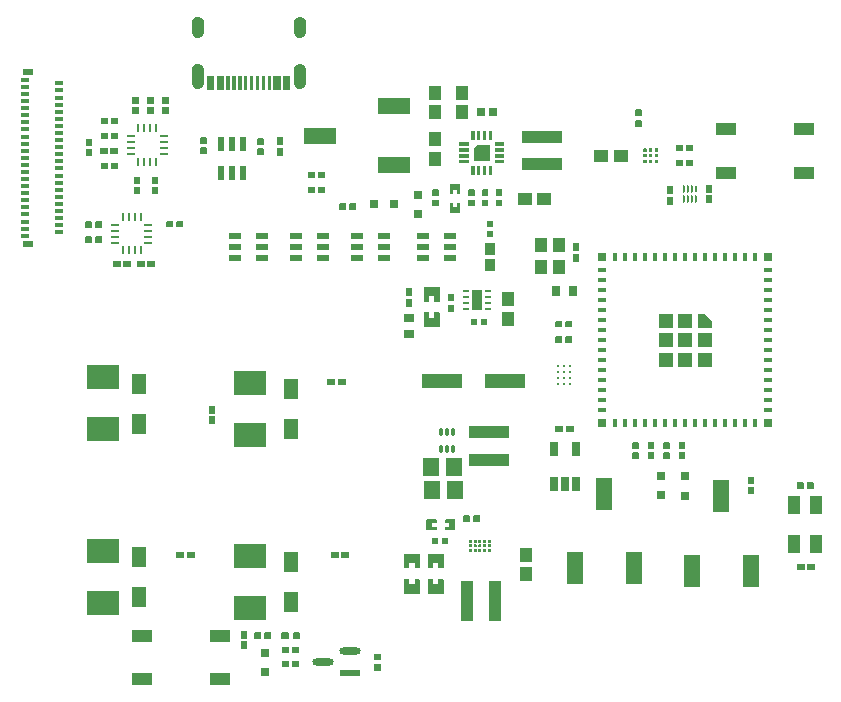
<source format=gtp>
G04*
G04 #@! TF.GenerationSoftware,Altium Limited,Altium Designer,23.1.1 (15)*
G04*
G04 Layer_Color=8421504*
%FSLAX44Y44*%
%MOMM*%
G71*
G04*
G04 #@! TF.SameCoordinates,D1EA7B9B-11C4-41B5-954D-5070AA3C9977*
G04*
G04*
G04 #@! TF.FilePolarity,Positive*
G04*
G01*
G75*
%ADD23R,0.6500X0.3000*%
%ADD24R,0.8000X0.3000*%
%ADD25R,0.9500X0.5000*%
%ADD26R,1.4000X2.8000*%
%ADD27R,0.8000X0.8000*%
%ADD28R,3.4000X0.9800*%
%ADD29R,0.8000X0.8000*%
%ADD30R,2.8000X1.4000*%
%ADD31R,1.0400X0.5320*%
%ADD32R,0.6600X0.6200*%
%ADD33R,1.2960X1.7575*%
%ADD34R,2.7430X2.1590*%
%ADD35R,0.6200X0.6600*%
G04:AMPARAMS|DCode=36|XSize=0.24mm|YSize=0.6mm|CornerRadius=0.0504mm|HoleSize=0mm|Usage=FLASHONLY|Rotation=270.000|XOffset=0mm|YOffset=0mm|HoleType=Round|Shape=RoundedRectangle|*
%AMROUNDEDRECTD36*
21,1,0.2400,0.4992,0,0,270.0*
21,1,0.1392,0.6000,0,0,270.0*
1,1,0.1008,-0.2496,-0.0696*
1,1,0.1008,-0.2496,0.0696*
1,1,0.1008,0.2496,0.0696*
1,1,0.1008,0.2496,-0.0696*
%
%ADD36ROUNDEDRECTD36*%
G04:AMPARAMS|DCode=37|XSize=0.24mm|YSize=0.6mm|CornerRadius=0.0504mm|HoleSize=0mm|Usage=FLASHONLY|Rotation=180.000|XOffset=0mm|YOffset=0mm|HoleType=Round|Shape=RoundedRectangle|*
%AMROUNDEDRECTD37*
21,1,0.2400,0.4992,0,0,180.0*
21,1,0.1392,0.6000,0,0,180.0*
1,1,0.1008,-0.0696,0.2496*
1,1,0.1008,0.0696,0.2496*
1,1,0.1008,0.0696,-0.2496*
1,1,0.1008,-0.0696,-0.2496*
%
%ADD37ROUNDEDRECTD37*%
%ADD38R,0.7154X0.6725*%
%ADD39R,1.0121X1.1581*%
%ADD40R,0.5725X0.6153*%
%ADD41R,1.1581X1.0121*%
%ADD42R,3.5000X1.2000*%
%ADD43R,0.9000X0.8000*%
%ADD44R,0.5050X0.2800*%
%ADD45R,0.9000X1.7000*%
%ADD46R,0.6153X0.5725*%
G04:AMPARAMS|DCode=47|XSize=0.67mm|YSize=0.3mm|CornerRadius=0.0495mm|HoleSize=0mm|Usage=FLASHONLY|Rotation=270.000|XOffset=0mm|YOffset=0mm|HoleType=Round|Shape=RoundedRectangle|*
%AMROUNDEDRECTD47*
21,1,0.6700,0.2010,0,0,270.0*
21,1,0.5710,0.3000,0,0,270.0*
1,1,0.0990,-0.1005,-0.2855*
1,1,0.0990,-0.1005,0.2855*
1,1,0.0990,0.1005,0.2855*
1,1,0.0990,0.1005,-0.2855*
%
%ADD47ROUNDEDRECTD47*%
%ADD48R,1.4500X1.5500*%
%ADD49R,1.7000X1.0000*%
%ADD50R,1.8052X0.6121*%
G04:AMPARAMS|DCode=51|XSize=1.8052mm|YSize=0.6121mm|CornerRadius=0.3061mm|HoleSize=0mm|Usage=FLASHONLY|Rotation=180.000|XOffset=0mm|YOffset=0mm|HoleType=Round|Shape=RoundedRectangle|*
%AMROUNDEDRECTD51*
21,1,1.8052,0.0000,0,0,180.0*
21,1,1.1931,0.6121,0,0,180.0*
1,1,0.6121,-0.5966,0.0000*
1,1,0.6121,0.5966,0.0000*
1,1,0.6121,0.5966,0.0000*
1,1,0.6121,-0.5966,0.0000*
%
%ADD51ROUNDEDRECTD51*%
%ADD52R,0.9800X3.4000*%
%ADD53R,0.9970X1.5450*%
G04:AMPARAMS|DCode=54|XSize=0.65mm|YSize=1.2mm|CornerRadius=0.0488mm|HoleSize=0mm|Usage=FLASHONLY|Rotation=180.000|XOffset=0mm|YOffset=0mm|HoleType=Round|Shape=RoundedRectangle|*
%AMROUNDEDRECTD54*
21,1,0.6500,1.1025,0,0,180.0*
21,1,0.5525,1.2000,0,0,180.0*
1,1,0.0975,-0.2763,0.5513*
1,1,0.0975,0.2763,0.5513*
1,1,0.0975,0.2763,-0.5513*
1,1,0.0975,-0.2763,-0.5513*
%
%ADD54ROUNDEDRECTD54*%
%ADD55C,0.1955*%
%ADD56R,0.8000X0.9000*%
G04:AMPARAMS|DCode=57|XSize=0.6182mm|YSize=0.1566mm|CornerRadius=0.0783mm|HoleSize=0mm|Usage=FLASHONLY|Rotation=270.000|XOffset=0mm|YOffset=0mm|HoleType=Round|Shape=RoundedRectangle|*
%AMROUNDEDRECTD57*
21,1,0.6182,0.0000,0,0,270.0*
21,1,0.4616,0.1566,0,0,270.0*
1,1,0.1566,0.0000,-0.2308*
1,1,0.1566,0.0000,0.2308*
1,1,0.1566,0.0000,0.2308*
1,1,0.1566,0.0000,-0.2308*
%
%ADD57ROUNDEDRECTD57*%
%ADD58R,0.1566X0.6182*%
%ADD59R,1.2000X1.2000*%
%ADD60R,0.8000X0.4000*%
%ADD61R,0.4000X0.8000*%
%ADD62R,0.8000X0.8000*%
%ADD63R,1.1000X1.2000*%
%ADD64R,0.9582X1.1061*%
G04:AMPARAMS|DCode=65|XSize=1.21mm|YSize=0.59mm|CornerRadius=0.0738mm|HoleSize=0mm|Usage=FLASHONLY|Rotation=90.000|XOffset=0mm|YOffset=0mm|HoleType=Round|Shape=RoundedRectangle|*
%AMROUNDEDRECTD65*
21,1,1.2100,0.4425,0,0,90.0*
21,1,1.0625,0.5900,0,0,90.0*
1,1,0.1475,0.2213,0.5313*
1,1,0.1475,0.2213,-0.5313*
1,1,0.1475,-0.2213,-0.5313*
1,1,0.1475,-0.2213,0.5313*
%
%ADD65ROUNDEDRECTD65*%
G36*
X316543Y630033D02*
X317949Y628627D01*
X318710Y626789D01*
Y625794D01*
Y617794D01*
Y616800D01*
X317949Y614962D01*
X316543Y613555D01*
X314705Y612794D01*
X312716D01*
X310878Y613555D01*
X309471Y614962D01*
X308710Y616800D01*
Y617794D01*
Y625794D01*
Y626789D01*
X309471Y628627D01*
X310878Y630033D01*
X312716Y630794D01*
X314705D01*
X316543Y630033D01*
D02*
G37*
G36*
X230142D02*
X231549Y628627D01*
X232310Y626789D01*
Y625794D01*
Y617794D01*
Y616800D01*
X231549Y614962D01*
X230142Y613555D01*
X228304Y612794D01*
X226315D01*
X224477Y613555D01*
X223071Y614962D01*
X222310Y616800D01*
Y617794D01*
Y625794D01*
Y626789D01*
X223071Y628627D01*
X224477Y630033D01*
X226315Y630794D01*
X228304D01*
X230142Y630033D01*
D02*
G37*
G36*
X316543Y590035D02*
X317949Y588628D01*
X318710Y586790D01*
Y585796D01*
Y574796D01*
Y573801D01*
X317949Y571963D01*
X316543Y570557D01*
X314705Y569796D01*
X312716D01*
X310878Y570557D01*
X309471Y571963D01*
X308710Y573801D01*
Y574796D01*
Y585796D01*
Y586790D01*
X309471Y588628D01*
X310878Y590035D01*
X312716Y590796D01*
X314705D01*
X316543Y590035D01*
D02*
G37*
G36*
X230142D02*
X231549Y588628D01*
X232310Y586790D01*
Y585796D01*
Y574796D01*
Y573801D01*
X231549Y571963D01*
X230142Y570557D01*
X228304Y569796D01*
X226315D01*
X224477Y570557D01*
X223071Y571963D01*
X222310Y573801D01*
Y574796D01*
Y585796D01*
Y586790D01*
X223071Y588628D01*
X224477Y590035D01*
X226315Y590796D01*
X228304D01*
X230142Y590035D01*
D02*
G37*
G36*
X305510Y568795D02*
X299510D01*
Y580295D01*
X305510D01*
Y568795D01*
D02*
G37*
G36*
X297511D02*
X291511D01*
Y580295D01*
X297511D01*
Y568795D01*
D02*
G37*
G36*
X289511D02*
X286511D01*
Y580295D01*
X289511D01*
Y568795D01*
D02*
G37*
G36*
X284511D02*
X281511D01*
Y580295D01*
X284511D01*
Y568795D01*
D02*
G37*
G36*
X279511D02*
X276511D01*
Y580295D01*
X279511D01*
Y568795D01*
D02*
G37*
G36*
X274511D02*
X271511D01*
Y580295D01*
X274511D01*
Y568795D01*
D02*
G37*
G36*
X269511D02*
X266511D01*
Y580295D01*
X269511D01*
Y568795D01*
D02*
G37*
G36*
X264511D02*
X261511D01*
Y580295D01*
X264511D01*
Y568795D01*
D02*
G37*
G36*
X259511D02*
X256511D01*
Y580295D01*
X259511D01*
Y568795D01*
D02*
G37*
G36*
X254511D02*
X251511D01*
Y580295D01*
X254511D01*
Y568795D01*
D02*
G37*
G36*
X249511D02*
X243511D01*
Y580295D01*
X249511D01*
Y568795D01*
D02*
G37*
G36*
X241511D02*
X235511D01*
Y580295D01*
X241511D01*
Y568795D01*
D02*
G37*
G36*
X202789Y562399D02*
Y557393D01*
X202389Y556993D01*
X197789D01*
X197389Y557393D01*
Y562399D01*
X197789Y562799D01*
X202389D01*
X202789Y562399D01*
D02*
G37*
G36*
X190023D02*
Y557393D01*
X189623Y556993D01*
X185023D01*
X184623Y557393D01*
Y562399D01*
X185023Y562799D01*
X189623D01*
X190023Y562399D01*
D02*
G37*
G36*
X177257D02*
Y557393D01*
X176857Y556993D01*
X172257D01*
X171857Y557393D01*
Y562399D01*
X172257Y562799D01*
X176857D01*
X177257Y562399D01*
D02*
G37*
G36*
X202789Y553893D02*
Y548886D01*
X202389Y548486D01*
X197789D01*
X197389Y548886D01*
Y553893D01*
X197789Y554293D01*
X202389D01*
X202789Y553893D01*
D02*
G37*
G36*
X190023D02*
Y548886D01*
X189623Y548486D01*
X185023D01*
X184623Y548886D01*
Y553893D01*
X185023Y554293D01*
X189623D01*
X190023Y553893D01*
D02*
G37*
G36*
X177257D02*
Y548886D01*
X176857Y548486D01*
X172257D01*
X171857Y548886D01*
Y553893D01*
X172257Y554293D01*
X176857D01*
X177257Y553893D01*
D02*
G37*
G36*
X603460Y552130D02*
Y547330D01*
X602960Y546630D01*
X598460D01*
X597960Y547330D01*
Y552130D01*
X598460Y552630D01*
X602960D01*
X603460Y552130D01*
D02*
G37*
G36*
X159606Y544923D02*
Y540323D01*
X159206Y539923D01*
X154199D01*
X153799Y540323D01*
Y544923D01*
X154199Y545323D01*
X159206D01*
X159606Y544923D01*
D02*
G37*
G36*
X151099D02*
Y540323D01*
X150699Y539923D01*
X145693D01*
X145293Y540323D01*
Y544923D01*
X145693Y545323D01*
X150699D01*
X151099Y544923D01*
D02*
G37*
G36*
X603460Y542330D02*
Y537530D01*
X602960Y537030D01*
X598460D01*
X597960Y537530D01*
Y542330D01*
X598460Y543030D01*
X602960D01*
X603460Y542330D01*
D02*
G37*
G36*
X159606Y532157D02*
Y527557D01*
X159206Y527157D01*
X154199D01*
X153799Y527557D01*
Y532157D01*
X154199Y532557D01*
X159206D01*
X159606Y532157D01*
D02*
G37*
G36*
X151099D02*
Y527557D01*
X150699Y527157D01*
X145693D01*
X145293Y527557D01*
Y532157D01*
X145693Y532557D01*
X150699D01*
X151099Y532157D01*
D02*
G37*
G36*
X476769Y526370D02*
X473969D01*
Y534370D01*
X476769D01*
Y526370D01*
D02*
G37*
G36*
X471769D02*
X468969D01*
Y534370D01*
X471769D01*
Y526370D01*
D02*
G37*
G36*
X466768D02*
X463968D01*
Y534370D01*
X466768D01*
Y526370D01*
D02*
G37*
G36*
X461768D02*
X458968D01*
Y534370D01*
X461768D01*
Y526370D01*
D02*
G37*
G36*
X234900Y528208D02*
Y523202D01*
X234500Y522802D01*
X229900D01*
X229500Y523202D01*
Y528208D01*
X229900Y528608D01*
X234500D01*
X234900Y528208D01*
D02*
G37*
G36*
X283160Y527456D02*
Y522450D01*
X282760Y522050D01*
X278160D01*
X277760Y522450D01*
Y527456D01*
X278160Y527856D01*
X282760D01*
X283160Y527456D01*
D02*
G37*
G36*
X137887Y527001D02*
Y521995D01*
X137487Y521595D01*
X132887D01*
X132487Y521995D01*
Y527001D01*
X132887Y527401D01*
X137487D01*
X137887Y527001D01*
D02*
G37*
G36*
X486869Y521470D02*
X478868D01*
Y524271D01*
X486869D01*
Y521470D01*
D02*
G37*
G36*
X456869D02*
X448869D01*
Y524271D01*
X456869D01*
Y521470D01*
D02*
G37*
G36*
X646485Y521730D02*
Y517130D01*
X646085Y516730D01*
X641078D01*
X640678Y517130D01*
Y521730D01*
X641078Y522130D01*
X646085D01*
X646485Y521730D01*
D02*
G37*
G36*
X637978D02*
Y517130D01*
X637578Y516730D01*
X632572D01*
X632172Y517130D01*
Y521730D01*
X632572Y522130D01*
X637578D01*
X637978Y521730D01*
D02*
G37*
G36*
X617368Y519127D02*
Y517027D01*
X616918Y516577D01*
X614818D01*
X614368Y517027D01*
Y519127D01*
X614818Y519577D01*
X616918D01*
X617368Y519127D01*
D02*
G37*
G36*
X612368D02*
Y517027D01*
X611918Y516577D01*
X609818D01*
X609368Y517027D01*
Y519127D01*
X609818Y519577D01*
X611918D01*
X612368Y519127D01*
D02*
G37*
G36*
X607368D02*
Y517027D01*
X606918Y516577D01*
X604818D01*
X604368Y517027D01*
Y519127D01*
X604818Y519577D01*
X606918D01*
X607368Y519127D01*
D02*
G37*
G36*
X486869Y516470D02*
X478868D01*
Y519271D01*
X486869D01*
Y516470D01*
D02*
G37*
G36*
X456869D02*
X448869D01*
Y519271D01*
X456869D01*
Y516470D01*
D02*
G37*
G36*
X234900Y519702D02*
Y514695D01*
X234500Y514295D01*
X229900D01*
X229500Y514695D01*
Y519702D01*
X229900Y520102D01*
X234500D01*
X234900Y519702D01*
D02*
G37*
G36*
X283160Y518950D02*
Y513944D01*
X282760Y513544D01*
X278160D01*
X277760Y513944D01*
Y518950D01*
X278160Y519350D01*
X282760D01*
X283160Y518950D01*
D02*
G37*
G36*
X137887Y518495D02*
Y513488D01*
X137487Y513088D01*
X132887D01*
X132487Y513488D01*
Y518495D01*
X132887Y518895D01*
X137487D01*
X137887Y518495D01*
D02*
G37*
G36*
X617368Y514127D02*
Y512027D01*
X616918Y511577D01*
X614818D01*
X614368Y512027D01*
Y514127D01*
X614818Y514577D01*
X616918D01*
X617368Y514127D01*
D02*
G37*
G36*
X612368D02*
Y512027D01*
X611918Y511577D01*
X609818D01*
X609368Y512027D01*
Y514127D01*
X609818Y514577D01*
X611918D01*
X612368Y514127D01*
D02*
G37*
G36*
X607368D02*
Y512027D01*
X606918Y511577D01*
X604818D01*
X604368Y512027D01*
Y514127D01*
X604818Y514577D01*
X606918D01*
X607368Y514127D01*
D02*
G37*
G36*
X486869Y511470D02*
X478868D01*
Y514271D01*
X486869D01*
Y511470D01*
D02*
G37*
G36*
X456869D02*
X448869D01*
Y514271D01*
X456869D01*
Y511470D01*
D02*
G37*
G36*
X474670Y508569D02*
X461070D01*
Y519369D01*
X463870Y522170D01*
X474670D01*
Y508569D01*
D02*
G37*
G36*
X617368Y509127D02*
Y507027D01*
X616918Y506577D01*
X614818D01*
X614368Y507027D01*
Y509127D01*
X614818Y509577D01*
X616918D01*
X617368Y509127D01*
D02*
G37*
G36*
X612368D02*
Y507027D01*
X611918Y506577D01*
X609818D01*
X609368Y507027D01*
Y509127D01*
X609818Y509577D01*
X611918D01*
X612368Y509127D01*
D02*
G37*
G36*
X607368D02*
Y507027D01*
X606918Y506577D01*
X604818D01*
X604368Y507027D01*
Y509127D01*
X604818Y509577D01*
X606918D01*
X607368Y509127D01*
D02*
G37*
G36*
X486869Y506470D02*
X478868D01*
Y509270D01*
X486869D01*
Y506470D01*
D02*
G37*
G36*
X456869D02*
X448869D01*
Y509270D01*
X456869D01*
Y506470D01*
D02*
G37*
G36*
X646485Y509030D02*
Y504430D01*
X646085Y504030D01*
X641078D01*
X640678Y504430D01*
Y509030D01*
X641078Y509430D01*
X646085D01*
X646485Y509030D01*
D02*
G37*
G36*
X637978D02*
Y504430D01*
X637578Y504030D01*
X632572D01*
X632172Y504430D01*
Y509030D01*
X632572Y509430D01*
X637578D01*
X637978Y509030D01*
D02*
G37*
G36*
X159606Y506625D02*
Y502025D01*
X159206Y501625D01*
X154199D01*
X153799Y502025D01*
Y506625D01*
X154199Y507025D01*
X159206D01*
X159606Y506625D01*
D02*
G37*
G36*
X151099D02*
Y502025D01*
X150699Y501625D01*
X145693D01*
X145293Y502025D01*
Y506625D01*
X145693Y507025D01*
X150699D01*
X151099Y506625D01*
D02*
G37*
G36*
X476769Y496371D02*
X473969D01*
Y504370D01*
X476769D01*
Y496371D01*
D02*
G37*
G36*
X471769D02*
X468969D01*
Y504370D01*
X471769D01*
Y496371D01*
D02*
G37*
G36*
X466768D02*
X463968D01*
Y504370D01*
X466768D01*
Y496371D01*
D02*
G37*
G36*
X461768D02*
X458968D01*
Y504370D01*
X461768D01*
Y496371D01*
D02*
G37*
G36*
X335335Y498870D02*
Y494270D01*
X334935Y493870D01*
X329928D01*
X329528Y494270D01*
Y498870D01*
X329928Y499270D01*
X334935D01*
X335335Y498870D01*
D02*
G37*
G36*
X326828D02*
Y494270D01*
X326428Y493870D01*
X321422D01*
X321022Y494270D01*
Y498870D01*
X321422Y499270D01*
X326428D01*
X326828Y498870D01*
D02*
G37*
G36*
X193767Y494571D02*
Y489565D01*
X193367Y489165D01*
X188767D01*
X188367Y489565D01*
Y494571D01*
X188767Y494971D01*
X193367D01*
X193767Y494571D01*
D02*
G37*
G36*
X178527D02*
Y489565D01*
X178127Y489165D01*
X173527D01*
X173127Y489565D01*
Y494571D01*
X173527Y494971D01*
X178127D01*
X178527Y494571D01*
D02*
G37*
G36*
X335335Y486170D02*
Y481570D01*
X334935Y481170D01*
X329928D01*
X329528Y481570D01*
Y486170D01*
X329928Y486570D01*
X334935D01*
X335335Y486170D01*
D02*
G37*
G36*
X326828D02*
Y481570D01*
X326428Y481170D01*
X321422D01*
X321022Y481570D01*
Y486170D01*
X321422Y486570D01*
X326428D01*
X326828Y486170D01*
D02*
G37*
G36*
X193767Y486065D02*
Y481058D01*
X193367Y480658D01*
X188767D01*
X188367Y481058D01*
Y486065D01*
X188767Y486465D01*
X193367D01*
X193767Y486065D01*
D02*
G37*
G36*
X178527D02*
Y481058D01*
X178127Y480658D01*
X173527D01*
X173127Y481058D01*
Y486065D01*
X173527Y486465D01*
X178127D01*
X178527Y486065D01*
D02*
G37*
G36*
X449630Y488725D02*
Y480725D01*
X449130Y480225D01*
X446710D01*
Y483925D01*
X443410D01*
Y480225D01*
X441130D01*
X440630Y480725D01*
Y488725D01*
X441130Y489225D01*
X449130D01*
X449630Y488725D01*
D02*
G37*
G36*
X485300Y484050D02*
Y479043D01*
X484900Y478643D01*
X480300D01*
X479900Y479043D01*
Y484050D01*
X480300Y484450D01*
X484900D01*
X485300Y484050D01*
D02*
G37*
G36*
X473550D02*
Y479043D01*
X473150Y478643D01*
X468550D01*
X468150Y479043D01*
Y484050D01*
X468550Y484450D01*
X473150D01*
X473550Y484050D01*
D02*
G37*
G36*
X461800D02*
Y479043D01*
X461400Y478643D01*
X456800D01*
X456400Y479043D01*
Y484050D01*
X456800Y484450D01*
X461400D01*
X461800Y484050D01*
D02*
G37*
G36*
X431452D02*
Y479043D01*
X431052Y478643D01*
X426452D01*
X426052Y479043D01*
Y484050D01*
X426452Y484450D01*
X431052D01*
X431452Y484050D01*
D02*
G37*
G36*
X485300Y475543D02*
Y470537D01*
X484900Y470137D01*
X480300D01*
X479900Y470537D01*
Y475543D01*
X480300Y475943D01*
X484900D01*
X485300Y475543D01*
D02*
G37*
G36*
X473550D02*
Y470537D01*
X473150Y470137D01*
X468550D01*
X468150Y470537D01*
Y475543D01*
X468550Y475943D01*
X473150D01*
X473550Y475543D01*
D02*
G37*
G36*
X461800D02*
Y470537D01*
X461400Y470137D01*
X456800D01*
X456400Y470537D01*
Y475543D01*
X456800Y475943D01*
X461400D01*
X461800Y475543D01*
D02*
G37*
G36*
X431452D02*
Y470537D01*
X431052Y470137D01*
X426452D01*
X426052Y470537D01*
Y475543D01*
X426452Y475943D01*
X431052D01*
X431452Y475543D01*
D02*
G37*
G36*
X449630Y472725D02*
Y464826D01*
X449130Y464325D01*
X441130D01*
X440630Y464826D01*
Y472725D01*
X441130Y473225D01*
X443410D01*
Y469425D01*
X446710D01*
Y473225D01*
X449130D01*
X449630Y472725D01*
D02*
G37*
G36*
X361487Y472200D02*
Y467600D01*
X361086Y467200D01*
X356080D01*
X355680Y467600D01*
Y472200D01*
X356080Y472600D01*
X361086D01*
X361487Y472200D01*
D02*
G37*
G36*
X352980D02*
Y467600D01*
X352580Y467200D01*
X347574D01*
X347174Y467600D01*
Y472200D01*
X347574Y472600D01*
X352580D01*
X352980Y472200D01*
D02*
G37*
G36*
X215183Y457323D02*
Y452723D01*
X214783Y452323D01*
X209776D01*
X209376Y452723D01*
Y457323D01*
X209776Y457723D01*
X214783D01*
X215183Y457323D01*
D02*
G37*
G36*
X206676D02*
Y452723D01*
X206276Y452323D01*
X201270D01*
X200870Y452723D01*
Y457323D01*
X201270Y457723D01*
X206276D01*
X206676Y457323D01*
D02*
G37*
G36*
X146338Y456960D02*
Y452360D01*
X145938Y451960D01*
X140932D01*
X140532Y452360D01*
Y456960D01*
X140932Y457360D01*
X145938D01*
X146338Y456960D01*
D02*
G37*
G36*
X137832D02*
Y452360D01*
X137432Y451960D01*
X132425D01*
X132025Y452360D01*
Y456960D01*
X132425Y457360D01*
X137432D01*
X137832Y456960D01*
D02*
G37*
G36*
X146338Y444260D02*
Y439660D01*
X145938Y439260D01*
X140932D01*
X140532Y439660D01*
Y444260D01*
X140932Y444660D01*
X145938D01*
X146338Y444260D01*
D02*
G37*
G36*
X137832D02*
Y439660D01*
X137432Y439260D01*
X132425D01*
X132025Y439660D01*
Y444260D01*
X132425Y444660D01*
X137432D01*
X137832Y444260D01*
D02*
G37*
G36*
X444710Y395709D02*
Y390909D01*
X444210Y390209D01*
X439710D01*
X439210Y390909D01*
Y395709D01*
X439710Y396209D01*
X444210D01*
X444710Y395709D01*
D02*
G37*
G36*
X431850Y401970D02*
X432350Y401470D01*
X432350Y389970D01*
X431850Y389470D01*
X427650Y389470D01*
X427650Y393920D01*
X423150D01*
Y389520D01*
X419050Y389470D01*
X418550Y389970D01*
Y401470D01*
X419050Y401970D01*
X431850Y401970D01*
D02*
G37*
G36*
X444710Y385909D02*
Y381109D01*
X444210Y380609D01*
X439710D01*
X439210Y381109D01*
X439210Y385909D01*
X439710Y386609D01*
X444210D01*
X444710Y385909D01*
D02*
G37*
G36*
X423150Y376020D02*
X427650Y376020D01*
Y380420D01*
X431850Y380470D01*
X432350Y379970D01*
X432350Y368470D01*
X431850Y367970D01*
X419050D01*
X418550Y368470D01*
X418550Y379970D01*
X419050Y380470D01*
X423151Y380520D01*
X423150Y376020D01*
D02*
G37*
G36*
X544411Y372604D02*
Y368004D01*
X544011Y367604D01*
X539005D01*
X538605Y368004D01*
Y372604D01*
X539005Y373004D01*
X544011D01*
X544411Y372604D01*
D02*
G37*
G36*
X535904D02*
Y368004D01*
X535504Y367604D01*
X530498D01*
X530098Y368004D01*
Y372604D01*
X530498Y373004D01*
X535504D01*
X535904Y372604D01*
D02*
G37*
G36*
X662590Y373380D02*
Y367380D01*
X650590D01*
Y379380D01*
X656590D01*
X662590Y373380D01*
D02*
G37*
G36*
X544411Y359838D02*
Y355238D01*
X544011Y354838D01*
X539005D01*
X538605Y355238D01*
Y359838D01*
X539005Y360238D01*
X544011D01*
X544411Y359838D01*
D02*
G37*
G36*
X535904D02*
Y355238D01*
X535504Y354838D01*
X530498D01*
X530098Y355238D01*
Y359838D01*
X530498Y360238D01*
X535504D01*
X535904Y359838D01*
D02*
G37*
G36*
X640240Y269988D02*
Y264981D01*
X639840Y264581D01*
X635240D01*
X634840Y264981D01*
Y269988D01*
X635240Y270388D01*
X639840D01*
X640240Y269988D01*
D02*
G37*
G36*
X627109D02*
Y264981D01*
X626709Y264581D01*
X622109D01*
X621709Y264981D01*
Y269988D01*
X622109Y270388D01*
X626709D01*
X627109Y269988D01*
D02*
G37*
G36*
X613978D02*
Y264981D01*
X613578Y264581D01*
X608978D01*
X608578Y264981D01*
Y269988D01*
X608978Y270388D01*
X613578D01*
X613978Y269988D01*
D02*
G37*
G36*
X600847D02*
Y264981D01*
X600447Y264581D01*
X595847D01*
X595447Y264981D01*
Y269988D01*
X595847Y270388D01*
X600447D01*
X600847Y269988D01*
D02*
G37*
G36*
X640240Y261481D02*
Y256475D01*
X639840Y256075D01*
X635240D01*
X634840Y256475D01*
Y261481D01*
X635240Y261881D01*
X639840D01*
X640240Y261481D01*
D02*
G37*
G36*
X627109D02*
Y256475D01*
X626709Y256075D01*
X622109D01*
X621709Y256475D01*
Y261481D01*
X622109Y261881D01*
X626709D01*
X627109Y261481D01*
D02*
G37*
G36*
X613978D02*
Y256475D01*
X613578Y256075D01*
X608978D01*
X608578Y256475D01*
Y261481D01*
X608978Y261881D01*
X613578D01*
X613978Y261481D01*
D02*
G37*
G36*
X600847D02*
Y256475D01*
X600447Y256075D01*
X595847D01*
X595447Y256475D01*
Y261481D01*
X595847Y261881D01*
X600447D01*
X600847Y261481D01*
D02*
G37*
G36*
X698660Y240436D02*
Y235430D01*
X698260Y235030D01*
X693660D01*
X693260Y235430D01*
Y240436D01*
X693660Y240836D01*
X698260D01*
X698660Y240436D01*
D02*
G37*
G36*
X748837Y235980D02*
Y231380D01*
X748436Y230980D01*
X743430D01*
X743030Y231380D01*
Y235980D01*
X743430Y236380D01*
X748436D01*
X748837Y235980D01*
D02*
G37*
G36*
X740330D02*
Y231380D01*
X739930Y230980D01*
X734924D01*
X734523Y231380D01*
Y235980D01*
X734924Y236380D01*
X739930D01*
X740330Y235980D01*
D02*
G37*
G36*
X698660Y231930D02*
Y226924D01*
X698260Y226524D01*
X693660D01*
X693260Y226924D01*
Y231930D01*
X693660Y232330D01*
X698260D01*
X698660Y231930D01*
D02*
G37*
G36*
X466388Y208294D02*
Y203694D01*
X465988Y203294D01*
X460982Y203294D01*
X460582Y203694D01*
Y208294D01*
X460982Y208694D01*
X465988Y208694D01*
X466388Y208294D01*
D02*
G37*
G36*
X457882D02*
Y203694D01*
X457482Y203294D01*
X452476D01*
X452076Y203694D01*
Y208294D01*
X452476Y208694D01*
X457482D01*
X457882Y208294D01*
D02*
G37*
G36*
X445606Y204660D02*
X445606Y196660D01*
X445106Y196160D01*
X437206D01*
X436706Y196660D01*
X436706Y198940D01*
X440506D01*
X440506Y202240D01*
X436706D01*
Y204660D01*
X437206Y205160D01*
X445106D01*
X445606Y204660D01*
D02*
G37*
G36*
X429706D02*
Y202240D01*
X426006D01*
X426006Y198940D01*
X429706Y198940D01*
X429706Y196660D01*
X429206Y196160D01*
X421206D01*
X420706Y196660D01*
Y204660D01*
X421206Y205160D01*
X429206Y205160D01*
X429706Y204660D01*
D02*
G37*
G36*
X475313Y187879D02*
X475454Y187738D01*
X475530Y187554D01*
Y187455D01*
Y185955D01*
Y185856D01*
X475454Y185672D01*
X475313Y185531D01*
X475129Y185455D01*
X473430D01*
X473247Y185531D01*
X473106Y185672D01*
X473030Y185856D01*
Y185955D01*
Y187455D01*
Y187554D01*
X473106Y187738D01*
X473247Y187879D01*
X473430Y187955D01*
X475129D01*
X475313Y187879D01*
D02*
G37*
G36*
X471313D02*
X471454Y187738D01*
X471530Y187554D01*
Y187455D01*
Y185955D01*
Y185856D01*
X471454Y185672D01*
X471313Y185531D01*
X471129Y185455D01*
X469431D01*
X469247Y185531D01*
X469106Y185672D01*
X469030Y185856D01*
Y185955D01*
Y187455D01*
Y187554D01*
X469106Y187738D01*
X469247Y187879D01*
X469431Y187955D01*
X471129D01*
X471313Y187879D01*
D02*
G37*
G36*
X467313D02*
X467454Y187738D01*
X467530Y187554D01*
Y187455D01*
Y185955D01*
Y185856D01*
X467454Y185672D01*
X467313Y185531D01*
X467129Y185455D01*
X465430D01*
X465247Y185531D01*
X465106Y185672D01*
X465030Y185856D01*
Y185955D01*
Y187455D01*
Y187554D01*
X465106Y187738D01*
X465247Y187879D01*
X465430Y187955D01*
X467129D01*
X467313Y187879D01*
D02*
G37*
G36*
X463313D02*
X463454Y187738D01*
X463530Y187554D01*
Y187455D01*
Y185955D01*
Y185856D01*
X463454Y185672D01*
X463313Y185531D01*
X463129Y185455D01*
X461431D01*
X461247Y185531D01*
X461106Y185672D01*
X461030Y185856D01*
Y185955D01*
Y187455D01*
Y187554D01*
X461106Y187738D01*
X461247Y187879D01*
X461431Y187955D01*
X463129D01*
X463313Y187879D01*
D02*
G37*
G36*
X459313D02*
X459454Y187738D01*
X459530Y187554D01*
Y187455D01*
Y185955D01*
Y185856D01*
X459454Y185672D01*
X459313Y185531D01*
X459129Y185455D01*
X457430D01*
X457247Y185531D01*
X457106Y185672D01*
X457030Y185856D01*
Y185955D01*
Y187455D01*
Y187554D01*
X457106Y187738D01*
X457247Y187879D01*
X457430Y187955D01*
X459129D01*
X459313Y187879D01*
D02*
G37*
G36*
X439708Y188990D02*
Y184390D01*
X439308Y183990D01*
X434302D01*
X433902Y184390D01*
Y188990D01*
X434302Y189390D01*
X439308D01*
X439708Y188990D01*
D02*
G37*
G36*
X431202D02*
Y184390D01*
X430802Y183990D01*
X425795D01*
X425395Y184390D01*
Y188990D01*
X425795Y189390D01*
X430802D01*
X431202Y188990D01*
D02*
G37*
G36*
X475313Y183879D02*
X475454Y183738D01*
X475530Y183554D01*
Y183455D01*
Y181955D01*
Y181856D01*
X475454Y181672D01*
X475313Y181531D01*
X475129Y181455D01*
X473430D01*
X473247Y181531D01*
X473106Y181672D01*
X473030Y181856D01*
Y181955D01*
Y183455D01*
Y183554D01*
X473106Y183738D01*
X473247Y183879D01*
X473430Y183955D01*
X475129D01*
X475313Y183879D01*
D02*
G37*
G36*
X471313D02*
X471454Y183738D01*
X471530Y183554D01*
Y183455D01*
Y181955D01*
Y181856D01*
X471454Y181672D01*
X471313Y181531D01*
X471129Y181455D01*
X469431D01*
X469247Y181531D01*
X469106Y181672D01*
X469030Y181856D01*
Y181955D01*
Y183455D01*
Y183554D01*
X469106Y183738D01*
X469247Y183879D01*
X469431Y183955D01*
X471129D01*
X471313Y183879D01*
D02*
G37*
G36*
X467313D02*
X467454Y183738D01*
X467530Y183554D01*
Y183455D01*
Y181955D01*
Y181856D01*
X467454Y181672D01*
X467313Y181531D01*
X467129Y181455D01*
X465430D01*
X465247Y181531D01*
X465106Y181672D01*
X465030Y181856D01*
Y181955D01*
Y183455D01*
Y183554D01*
X465106Y183738D01*
X465247Y183879D01*
X465430Y183955D01*
X467129D01*
X467313Y183879D01*
D02*
G37*
G36*
X463313D02*
X463454Y183738D01*
X463530Y183554D01*
Y183455D01*
Y181955D01*
Y181856D01*
X463454Y181672D01*
X463313Y181531D01*
X463129Y181455D01*
X461431D01*
X461247Y181531D01*
X461106Y181672D01*
X461030Y181856D01*
Y181955D01*
Y183455D01*
Y183554D01*
X461106Y183738D01*
X461247Y183879D01*
X461431Y183955D01*
X463129D01*
X463313Y183879D01*
D02*
G37*
G36*
X459313D02*
X459454Y183738D01*
X459530Y183554D01*
Y183455D01*
Y181955D01*
Y181856D01*
X459454Y181672D01*
X459313Y181531D01*
X459129Y181455D01*
X457430D01*
X457247Y181531D01*
X457106Y181672D01*
X457030Y181856D01*
Y181955D01*
Y183455D01*
Y183554D01*
X457106Y183738D01*
X457247Y183879D01*
X457430Y183955D01*
X459129D01*
X459313Y183879D01*
D02*
G37*
G36*
X475313Y179879D02*
X475454Y179738D01*
X475530Y179554D01*
Y179455D01*
Y177955D01*
Y177855D01*
X475454Y177672D01*
X475313Y177531D01*
X475129Y177455D01*
X473430D01*
X473247Y177531D01*
X473106Y177672D01*
X473030Y177855D01*
Y177955D01*
Y179455D01*
Y179554D01*
X473106Y179738D01*
X473247Y179879D01*
X473430Y179955D01*
X475129D01*
X475313Y179879D01*
D02*
G37*
G36*
X471313D02*
X471454Y179738D01*
X471530Y179554D01*
Y179455D01*
Y177955D01*
Y177855D01*
X471454Y177672D01*
X471313Y177531D01*
X471129Y177455D01*
X469431D01*
X469247Y177531D01*
X469106Y177672D01*
X469030Y177855D01*
Y177955D01*
Y179455D01*
Y179554D01*
X469106Y179738D01*
X469247Y179879D01*
X469431Y179955D01*
X471129D01*
X471313Y179879D01*
D02*
G37*
G36*
X467313D02*
X467454Y179738D01*
X467530Y179554D01*
Y179455D01*
Y177955D01*
Y177855D01*
X467454Y177672D01*
X467313Y177531D01*
X467129Y177455D01*
X465430D01*
X465247Y177531D01*
X465106Y177672D01*
X465030Y177855D01*
Y177955D01*
Y179455D01*
Y179554D01*
X465106Y179738D01*
X465247Y179879D01*
X465430Y179955D01*
X467129D01*
X467313Y179879D01*
D02*
G37*
G36*
X463313D02*
X463454Y179738D01*
X463530Y179554D01*
Y179455D01*
Y177955D01*
Y177855D01*
X463454Y177672D01*
X463313Y177531D01*
X463129Y177455D01*
X461431D01*
X461247Y177531D01*
X461106Y177672D01*
X461030Y177855D01*
Y177955D01*
Y179455D01*
Y179554D01*
X461106Y179738D01*
X461247Y179879D01*
X461431Y179955D01*
X463129D01*
X463313Y179879D01*
D02*
G37*
G36*
X459313D02*
X459454Y179738D01*
X459530Y179554D01*
Y179455D01*
Y177955D01*
Y177855D01*
X459454Y177672D01*
X459313Y177531D01*
X459129Y177455D01*
X457430D01*
X457247Y177531D01*
X457106Y177672D01*
X457030Y177855D01*
Y177955D01*
Y179455D01*
Y179554D01*
X457106Y179738D01*
X457247Y179879D01*
X457430Y179955D01*
X459129D01*
X459313Y179879D01*
D02*
G37*
G36*
X435824Y175660D02*
Y164160D01*
X435323Y163660D01*
X431124Y163660D01*
Y168110D01*
X426624Y168110D01*
X426624Y163710D01*
X422524Y163660D01*
X422023Y164160D01*
X422024Y175660D01*
X422524Y176160D01*
X435323D01*
X435824Y175660D01*
D02*
G37*
G36*
X415640Y175660D02*
X415640Y164160D01*
X415140Y163660D01*
X410940Y163660D01*
Y168110D01*
X406440D01*
Y163710D01*
X402340Y163660D01*
X401840Y164160D01*
X401840Y175660D01*
X402340Y176160D01*
X415140D01*
X415640Y175660D01*
D02*
G37*
G36*
X426624Y150210D02*
X431124D01*
Y154610D01*
X435323Y154660D01*
X435824Y154160D01*
X435824Y142660D01*
X435323Y142160D01*
X422524D01*
X422024Y142660D01*
X422023Y154160D01*
X422524Y154660D01*
X426624Y154710D01*
Y150210D01*
D02*
G37*
G36*
X406440Y150210D02*
X410940D01*
X410940Y154610D01*
X415140Y154660D01*
X415640Y154160D01*
X415640Y142660D01*
X415140Y142160D01*
X402340D01*
X401840Y142660D01*
X401840Y154160D01*
X402340Y154660D01*
X406440Y154710D01*
X406440Y150210D01*
D02*
G37*
G36*
X289615Y108980D02*
Y104380D01*
X289215Y103980D01*
X284208D01*
X283808Y104380D01*
Y108980D01*
X284208Y109380D01*
X289215D01*
X289615Y108980D01*
D02*
G37*
G36*
X281108D02*
Y104380D01*
X280708Y103980D01*
X275702D01*
X275302Y104380D01*
Y108980D01*
X275702Y109380D01*
X280708D01*
X281108Y108980D01*
D02*
G37*
G36*
X313870Y108930D02*
Y104430D01*
X313370Y103930D01*
X308570D01*
X307870Y104430D01*
Y108930D01*
X308570Y109430D01*
X313370D01*
X313870Y108930D01*
D02*
G37*
G36*
X304270D02*
Y104430D01*
X303570Y103930D01*
X298770D01*
X298270Y104430D01*
Y108930D01*
X298770Y109430D01*
X303570D01*
X304270Y108930D01*
D02*
G37*
G36*
X313227Y96915D02*
Y92315D01*
X312826Y91915D01*
X307820D01*
X307420Y92315D01*
Y96915D01*
X307820Y97315D01*
X312826D01*
X313227Y96915D01*
D02*
G37*
G36*
X304720D02*
Y92315D01*
X304320Y91915D01*
X299314D01*
X298913Y92315D01*
Y96915D01*
X299314Y97315D01*
X304320D01*
X304720Y96915D01*
D02*
G37*
G36*
X382430Y91072D02*
Y86066D01*
X382030Y85666D01*
X377430D01*
X377030Y86066D01*
Y91072D01*
X377430Y91472D01*
X382030D01*
X382430Y91072D01*
D02*
G37*
G36*
X313227Y84850D02*
Y80250D01*
X312826Y79850D01*
X307820D01*
X307420Y80250D01*
Y84850D01*
X307820Y85250D01*
X312826D01*
X313227Y84850D01*
D02*
G37*
G36*
X304720D02*
Y80250D01*
X304320Y79850D01*
X299314D01*
X298913Y80250D01*
Y84850D01*
X299314Y85250D01*
X304320D01*
X304720Y84850D01*
D02*
G37*
G36*
X382430Y82566D02*
Y77559D01*
X382030Y77159D01*
X377430D01*
X377030Y77559D01*
Y82566D01*
X377430Y82966D01*
X382030D01*
X382430Y82566D01*
D02*
G37*
D23*
X109704Y556266D02*
D03*
Y574267D02*
D03*
Y568268D02*
D03*
Y562266D02*
D03*
Y550267D02*
D03*
Y544267D02*
D03*
Y538268D02*
D03*
Y532266D02*
D03*
Y526267D02*
D03*
Y520267D02*
D03*
Y514268D02*
D03*
Y508268D02*
D03*
Y502266D02*
D03*
Y496267D02*
D03*
Y490267D02*
D03*
Y484268D02*
D03*
Y478268D02*
D03*
Y472266D02*
D03*
Y466267D02*
D03*
Y460267D02*
D03*
Y454268D02*
D03*
Y448268D02*
D03*
D24*
X80954Y553267D02*
D03*
Y577267D02*
D03*
Y571268D02*
D03*
Y565268D02*
D03*
Y559266D02*
D03*
Y547267D02*
D03*
Y541268D02*
D03*
Y535268D02*
D03*
Y529266D02*
D03*
Y523267D02*
D03*
Y517267D02*
D03*
Y511268D02*
D03*
Y505266D02*
D03*
Y499266D02*
D03*
Y493267D02*
D03*
Y487267D02*
D03*
Y481268D02*
D03*
X80955Y475266D02*
D03*
X80954Y469266D02*
D03*
Y463267D02*
D03*
Y457267D02*
D03*
Y451268D02*
D03*
Y445266D02*
D03*
D25*
X83705Y584267D02*
D03*
Y438268D02*
D03*
D26*
X546757Y163775D02*
D03*
X571756Y226879D02*
D03*
X596755Y163775D02*
D03*
X695559Y161488D02*
D03*
X670560Y224592D02*
D03*
X645561Y161488D02*
D03*
D27*
X619726Y241675D02*
D03*
X619794Y225685D02*
D03*
X640080Y242189D02*
D03*
Y225171D02*
D03*
X414054Y463857D02*
D03*
X413986Y479846D02*
D03*
X284514Y75825D02*
D03*
X284446Y91815D02*
D03*
D28*
X474032Y255009D02*
D03*
Y278709D02*
D03*
X519190Y505602D02*
D03*
Y529302D02*
D03*
D29*
X393654Y472156D02*
D03*
X376636D02*
D03*
D30*
X393700Y504952D02*
D03*
X330596Y529951D02*
D03*
X393700Y554949D02*
D03*
D31*
X418064Y426110D02*
D03*
Y435610D02*
D03*
Y445110D02*
D03*
X440964D02*
D03*
Y435610D02*
D03*
Y426110D02*
D03*
X385508D02*
D03*
Y435610D02*
D03*
Y445110D02*
D03*
X362607D02*
D03*
Y435610D02*
D03*
Y426110D02*
D03*
X281960D02*
D03*
Y435610D02*
D03*
Y445110D02*
D03*
X259060D02*
D03*
Y435610D02*
D03*
Y426110D02*
D03*
X333607D02*
D03*
Y435610D02*
D03*
Y445110D02*
D03*
X310706D02*
D03*
Y435610D02*
D03*
Y426110D02*
D03*
D32*
X340450Y321310D02*
D03*
X349250D02*
D03*
X148049Y517091D02*
D03*
X156849D02*
D03*
X158840Y421640D02*
D03*
X167640D02*
D03*
X187870D02*
D03*
X179070D02*
D03*
X343303Y174808D02*
D03*
X352104D02*
D03*
X221596D02*
D03*
X212796D02*
D03*
X746670Y165100D02*
D03*
X737870D02*
D03*
X542200Y281940D02*
D03*
X533400D02*
D03*
D33*
X306070D02*
D03*
Y315666D02*
D03*
X177654Y285995D02*
D03*
Y319721D02*
D03*
X306070Y135537D02*
D03*
Y169263D02*
D03*
X177654Y139433D02*
D03*
Y173159D02*
D03*
D34*
X271780Y320903D02*
D03*
Y276703D02*
D03*
X146855Y325466D02*
D03*
Y281266D02*
D03*
X271780Y174500D02*
D03*
Y130300D02*
D03*
X146855Y134196D02*
D03*
Y178396D02*
D03*
D35*
X239820Y288970D02*
D03*
Y297770D02*
D03*
X406400Y397510D02*
D03*
Y388710D02*
D03*
X266700Y98470D02*
D03*
Y107270D02*
D03*
X627380Y483780D02*
D03*
Y474980D02*
D03*
X660400Y476340D02*
D03*
Y485140D02*
D03*
X547370Y426810D02*
D03*
Y435610D02*
D03*
X296970Y516300D02*
D03*
Y525100D02*
D03*
D36*
X198717Y514605D02*
D03*
Y519605D02*
D03*
Y524605D02*
D03*
Y529605D02*
D03*
X170717D02*
D03*
Y524605D02*
D03*
Y519605D02*
D03*
Y514605D02*
D03*
X185450Y439540D02*
D03*
Y444540D02*
D03*
Y449540D02*
D03*
Y454540D02*
D03*
X157450D02*
D03*
Y449540D02*
D03*
Y444540D02*
D03*
Y439540D02*
D03*
D37*
X192217Y536105D02*
D03*
X187217D02*
D03*
X182217D02*
D03*
X177217D02*
D03*
X182217Y508105D02*
D03*
X187217D02*
D03*
X192217D02*
D03*
X177217D02*
D03*
X178950Y461040D02*
D03*
X173950D02*
D03*
X168950D02*
D03*
X163950D02*
D03*
X168950Y433040D02*
D03*
X173950D02*
D03*
X178950D02*
D03*
X163950D02*
D03*
D38*
X467654Y549910D02*
D03*
X477226D02*
D03*
D39*
X450850Y566450D02*
D03*
Y549910D02*
D03*
X428035Y566446D02*
D03*
Y549907D02*
D03*
X427990Y510510D02*
D03*
Y527050D02*
D03*
X505460Y158720D02*
D03*
Y175260D02*
D03*
X490410Y391700D02*
D03*
X490410Y375160D02*
D03*
D40*
X474980Y455611D02*
D03*
Y447040D02*
D03*
D41*
X504160Y476250D02*
D03*
X520700D02*
D03*
X568930Y513080D02*
D03*
X585470D02*
D03*
D42*
X434282Y322580D02*
D03*
X487680D02*
D03*
D43*
X406400Y375951D02*
D03*
X406400Y361950D02*
D03*
D44*
X454249Y398620D02*
D03*
Y393619D02*
D03*
Y388620D02*
D03*
X454249Y383619D02*
D03*
X472801D02*
D03*
X472801Y388620D02*
D03*
X472801Y393619D02*
D03*
X472801Y398620D02*
D03*
D45*
X463525Y391119D02*
D03*
D46*
X461329Y372110D02*
D03*
X469900Y372110D02*
D03*
D47*
X443472Y279339D02*
D03*
X438472D02*
D03*
X433472D02*
D03*
Y264539D02*
D03*
X438472D02*
D03*
X443472D02*
D03*
D48*
X444162Y249079D02*
D03*
X425162D02*
D03*
X444822Y230029D02*
D03*
X425822D02*
D03*
D49*
X180381Y106680D02*
D03*
Y69676D02*
D03*
X246380Y69676D02*
D03*
Y106680D02*
D03*
X674390Y535392D02*
D03*
X740390Y535392D02*
D03*
Y498388D02*
D03*
X674390Y498388D02*
D03*
D50*
X356376Y74816D02*
D03*
D51*
Y93816D02*
D03*
X333367Y84316D02*
D03*
D52*
X455510Y135890D02*
D03*
X479210D02*
D03*
D53*
X732654Y184285D02*
D03*
X750454D02*
D03*
Y217035D02*
D03*
X732654D02*
D03*
D54*
X528980Y235440D02*
D03*
X538480D02*
D03*
X547980D02*
D03*
Y264940D02*
D03*
X528980D02*
D03*
D55*
X542290Y320120D02*
D03*
X537290D02*
D03*
X532290D02*
D03*
X542290Y325120D02*
D03*
X537290D02*
D03*
X532290D02*
D03*
X542290Y330120D02*
D03*
X537290D02*
D03*
X532290D02*
D03*
X542290Y335120D02*
D03*
X537290D02*
D03*
X532290D02*
D03*
D56*
X530830Y398780D02*
D03*
X544830D02*
D03*
D57*
X649620Y476250D02*
D03*
X646120D02*
D03*
X642620D02*
D03*
X639120D02*
D03*
Y484793D02*
D03*
X642620D02*
D03*
X646120D02*
D03*
D58*
X649620D02*
D03*
D59*
X640090Y373380D02*
D03*
X623590D02*
D03*
Y356880D02*
D03*
Y340380D02*
D03*
X640090D02*
D03*
X656590D02*
D03*
Y356880D02*
D03*
X640090D02*
D03*
D60*
X710090Y416380D02*
D03*
Y407880D02*
D03*
Y399380D02*
D03*
Y390880D02*
D03*
Y382380D02*
D03*
Y373880D02*
D03*
Y365380D02*
D03*
Y356880D02*
D03*
Y348380D02*
D03*
Y339880D02*
D03*
Y331380D02*
D03*
Y322880D02*
D03*
Y314380D02*
D03*
Y305880D02*
D03*
Y297380D02*
D03*
X570090D02*
D03*
Y305880D02*
D03*
Y314380D02*
D03*
Y322880D02*
D03*
Y331380D02*
D03*
Y339880D02*
D03*
Y348380D02*
D03*
Y356880D02*
D03*
Y365380D02*
D03*
Y373880D02*
D03*
Y382380D02*
D03*
Y390880D02*
D03*
Y399380D02*
D03*
Y407880D02*
D03*
Y416380D02*
D03*
D61*
X699590Y286880D02*
D03*
X691090D02*
D03*
X682590D02*
D03*
X674090D02*
D03*
X665590D02*
D03*
X657090D02*
D03*
X648590D02*
D03*
X640090D02*
D03*
X631590D02*
D03*
X623090D02*
D03*
X614590D02*
D03*
X606090D02*
D03*
X597590D02*
D03*
X589090D02*
D03*
X580590D02*
D03*
Y426880D02*
D03*
X589090D02*
D03*
X597590D02*
D03*
X606090D02*
D03*
X614590D02*
D03*
X623090D02*
D03*
X631590D02*
D03*
X640090D02*
D03*
X648590D02*
D03*
X657090D02*
D03*
X682590D02*
D03*
X691090D02*
D03*
X699590D02*
D03*
X665590D02*
D03*
X674090D02*
D03*
D62*
X570090Y286880D02*
D03*
X710090D02*
D03*
X570090Y426880D02*
D03*
X710090D02*
D03*
D63*
X518279Y418490D02*
D03*
Y437490D02*
D03*
X533281Y418490D02*
D03*
Y437490D02*
D03*
D64*
X474980Y420370D02*
D03*
X474980Y433892D02*
D03*
D65*
X246830Y523090D02*
D03*
X256330D02*
D03*
X265830D02*
D03*
Y497990D02*
D03*
X256330D02*
D03*
X246830D02*
D03*
M02*

</source>
